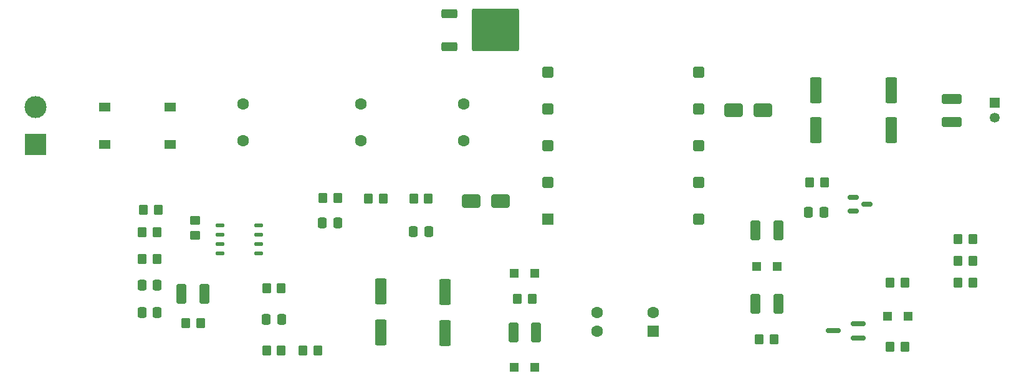
<source format=gbr>
%TF.GenerationSoftware,KiCad,Pcbnew,9.0.1*%
%TF.CreationDate,2025-04-25T14:26:40+02:00*%
%TF.ProjectId,flyback,666c7962-6163-46b2-9e6b-696361645f70,rev?*%
%TF.SameCoordinates,Original*%
%TF.FileFunction,Soldermask,Top*%
%TF.FilePolarity,Negative*%
%FSLAX46Y46*%
G04 Gerber Fmt 4.6, Leading zero omitted, Abs format (unit mm)*
G04 Created by KiCad (PCBNEW 9.0.1) date 2025-04-25 14:26:40*
%MOMM*%
%LPD*%
G01*
G04 APERTURE LIST*
G04 Aperture macros list*
%AMRoundRect*
0 Rectangle with rounded corners*
0 $1 Rounding radius*
0 $2 $3 $4 $5 $6 $7 $8 $9 X,Y pos of 4 corners*
0 Add a 4 corners polygon primitive as box body*
4,1,4,$2,$3,$4,$5,$6,$7,$8,$9,$2,$3,0*
0 Add four circle primitives for the rounded corners*
1,1,$1+$1,$2,$3*
1,1,$1+$1,$4,$5*
1,1,$1+$1,$6,$7*
1,1,$1+$1,$8,$9*
0 Add four rect primitives between the rounded corners*
20,1,$1+$1,$2,$3,$4,$5,0*
20,1,$1+$1,$4,$5,$6,$7,0*
20,1,$1+$1,$6,$7,$8,$9,0*
20,1,$1+$1,$8,$9,$2,$3,0*%
G04 Aperture macros list end*
%ADD10RoundRect,0.250000X-0.350000X-0.450000X0.350000X-0.450000X0.350000X0.450000X-0.350000X0.450000X0*%
%ADD11RoundRect,0.250000X0.550000X0.550000X-0.550000X0.550000X-0.550000X-0.550000X0.550000X-0.550000X0*%
%ADD12C,1.600000*%
%ADD13RoundRect,0.250000X0.412500X1.100000X-0.412500X1.100000X-0.412500X-1.100000X0.412500X-1.100000X0*%
%ADD14R,1.200000X1.200000*%
%ADD15RoundRect,0.162500X0.837500X0.162500X-0.837500X0.162500X-0.837500X-0.162500X0.837500X-0.162500X0*%
%ADD16RoundRect,0.150000X-0.587500X-0.150000X0.587500X-0.150000X0.587500X0.150000X-0.587500X0.150000X0*%
%ADD17RoundRect,0.250000X-0.550000X1.500000X-0.550000X-1.500000X0.550000X-1.500000X0.550000X1.500000X0*%
%ADD18R,1.350000X1.350000*%
%ADD19C,1.350000*%
%ADD20O,1.250000X0.549999*%
%ADD21RoundRect,0.250000X-0.337500X-0.475000X0.337500X-0.475000X0.337500X0.475000X-0.337500X0.475000X0*%
%ADD22RoundRect,0.250000X0.350000X0.450000X-0.350000X0.450000X-0.350000X-0.450000X0.350000X-0.450000X0*%
%ADD23RoundRect,0.250000X-1.100000X0.412500X-1.100000X-0.412500X1.100000X-0.412500X1.100000X0.412500X0*%
%ADD24RoundRect,0.225000X-0.525000X-0.525000X0.525000X-0.525000X0.525000X0.525000X-0.525000X0.525000X0*%
%ADD25R,1.500000X1.500000*%
%ADD26RoundRect,0.250000X1.000000X0.650000X-1.000000X0.650000X-1.000000X-0.650000X1.000000X-0.650000X0*%
%ADD27R,3.000000X3.000000*%
%ADD28C,3.000000*%
%ADD29RoundRect,0.250000X-1.000000X-0.650000X1.000000X-0.650000X1.000000X0.650000X-1.000000X0.650000X0*%
%ADD30RoundRect,0.250000X-0.850000X-0.350000X0.850000X-0.350000X0.850000X0.350000X-0.850000X0.350000X0*%
%ADD31RoundRect,0.249997X-2.950003X-2.650003X2.950003X-2.650003X2.950003X2.650003X-2.950003X2.650003X0*%
%ADD32R,1.500000X1.300000*%
%ADD33RoundRect,0.250000X0.337500X0.475000X-0.337500X0.475000X-0.337500X-0.475000X0.337500X-0.475000X0*%
%ADD34RoundRect,0.250000X0.450000X-0.350000X0.450000X0.350000X-0.450000X0.350000X-0.450000X-0.350000X0*%
%ADD35RoundRect,0.250000X-0.412500X-1.100000X0.412500X-1.100000X0.412500X1.100000X-0.412500X1.100000X0*%
G04 APERTURE END LIST*
D10*
%TO.C,R9*%
X100902500Y-82377500D03*
X98902500Y-82377500D03*
%TD*%
%TO.C,R12*%
X189575000Y-72000000D03*
X191575000Y-72000000D03*
%TD*%
%TO.C,R11*%
X182737500Y-93375000D03*
X184737500Y-93375000D03*
%TD*%
D11*
%TO.C,U2*%
X168325000Y-92215000D03*
D12*
X168325000Y-89675000D03*
X160705000Y-89675000D03*
X160705000Y-92215000D03*
%TD*%
D13*
%TO.C,C12*%
X185300000Y-88491700D03*
X182175000Y-88491700D03*
%TD*%
%TO.C,C11*%
X185300000Y-78525000D03*
X182175000Y-78525000D03*
%TD*%
D14*
%TO.C,D6*%
X200147500Y-90175000D03*
X202947500Y-90175000D03*
%TD*%
D10*
%TO.C,R17*%
X200525000Y-94350000D03*
X202525000Y-94350000D03*
%TD*%
%TO.C,R16*%
X200525000Y-85650000D03*
X202525000Y-85650000D03*
%TD*%
D15*
%TO.C,Q2*%
X196195000Y-93137500D03*
X196195000Y-91237500D03*
X192775000Y-92187500D03*
%TD*%
D14*
%TO.C,D3*%
X185160000Y-83458300D03*
X182360000Y-83458300D03*
%TD*%
D16*
%TO.C,U3*%
X195462500Y-74037500D03*
X195462500Y-75937500D03*
X197337500Y-74987500D03*
%TD*%
D17*
%TO.C,C18*%
X140025000Y-92475000D03*
X140025000Y-86875000D03*
%TD*%
%TO.C,C9*%
X131325000Y-86805000D03*
X131325000Y-92405000D03*
%TD*%
D18*
%TO.C,J2*%
X214750000Y-61200000D03*
D19*
X214750000Y-63200000D03*
%TD*%
D20*
%TO.C,U1*%
X114726701Y-81660000D03*
X114726701Y-80390000D03*
X114726701Y-79120000D03*
X114726701Y-77850000D03*
X109476701Y-77850000D03*
X109476701Y-79120000D03*
X109476701Y-80390000D03*
X109476701Y-81660000D03*
%TD*%
D21*
%TO.C,C10*%
X191500000Y-76050000D03*
X189425000Y-76050000D03*
%TD*%
D22*
%TO.C,R15*%
X209737500Y-85625000D03*
X211737500Y-85625000D03*
%TD*%
%TO.C,R13*%
X209737500Y-79725000D03*
X211737500Y-79725000D03*
%TD*%
D10*
%TO.C,R14*%
X211737500Y-82675000D03*
X209737500Y-82675000D03*
%TD*%
D17*
%TO.C,C14*%
X190425000Y-64900000D03*
X190425000Y-59500000D03*
%TD*%
%TO.C,C15*%
X200675000Y-64900000D03*
X200675000Y-59500000D03*
%TD*%
D23*
%TO.C,C16*%
X208850000Y-63762500D03*
X208850000Y-60637500D03*
%TD*%
D24*
%TO.C,U4*%
X154000000Y-57000000D03*
X154000000Y-62000000D03*
X154000000Y-67000000D03*
X154000000Y-72000000D03*
D25*
X154000000Y-77000000D03*
D24*
X174500000Y-77000000D03*
X174500000Y-72000000D03*
X174500000Y-67000000D03*
X174500000Y-62000000D03*
X174500000Y-57000000D03*
%TD*%
D26*
%TO.C,D4*%
X179250000Y-62200000D03*
X183250000Y-62200000D03*
%TD*%
D13*
%TO.C,C17*%
X107389200Y-87160000D03*
X104264200Y-87160000D03*
%TD*%
D27*
%TO.C,J1*%
X84400000Y-66830000D03*
D28*
X84400000Y-61750000D03*
%TD*%
D10*
%TO.C,R19*%
X149877500Y-87791700D03*
X151877500Y-87791700D03*
%TD*%
D14*
%TO.C,D7*%
X152250000Y-84325000D03*
X149450000Y-84325000D03*
%TD*%
D29*
%TO.C,D5*%
X143600000Y-74525000D03*
X147600000Y-74525000D03*
%TD*%
D10*
%TO.C,R18*%
X135775000Y-74175000D03*
X137775000Y-74175000D03*
%TD*%
D21*
%TO.C,C13*%
X135737500Y-78675000D03*
X137812500Y-78675000D03*
%TD*%
D22*
%TO.C,R10*%
X125475000Y-74125000D03*
X123475000Y-74125000D03*
%TD*%
D10*
%TO.C,R8*%
X98902500Y-78772500D03*
X100902500Y-78772500D03*
%TD*%
%TO.C,R7*%
X99077500Y-75747500D03*
X101077500Y-75747500D03*
%TD*%
D30*
%TO.C,Q1*%
X140625000Y-53580000D03*
D31*
X146925000Y-51300000D03*
D30*
X140625000Y-49020000D03*
%TD*%
D14*
%TO.C,D2*%
X149455000Y-97175000D03*
X152255000Y-97175000D03*
%TD*%
D32*
%TO.C,D1*%
X102675000Y-66850000D03*
X102675000Y-61750000D03*
X93775000Y-61750000D03*
X93775000Y-66850000D03*
%TD*%
D12*
%TO.C,C8*%
X142600000Y-66300000D03*
X142600000Y-61300000D03*
%TD*%
%TO.C,C7*%
X128600000Y-66300000D03*
X128600000Y-61300000D03*
%TD*%
%TO.C,C6*%
X112600000Y-66300000D03*
X112600000Y-61300000D03*
%TD*%
D33*
%TO.C,C5*%
X125475000Y-77530000D03*
X123400000Y-77530000D03*
%TD*%
D22*
%TO.C,R6*%
X131625000Y-74225000D03*
X129625000Y-74225000D03*
%TD*%
D10*
%TO.C,R5*%
X120773300Y-94890400D03*
X122773300Y-94890400D03*
%TD*%
%TO.C,R4*%
X115800000Y-94825400D03*
X117800000Y-94825400D03*
%TD*%
D34*
%TO.C,R3*%
X106100000Y-79200000D03*
X106100000Y-77200000D03*
%TD*%
D10*
%TO.C,R2*%
X115800000Y-86375000D03*
X117800000Y-86375000D03*
%TD*%
D22*
%TO.C,R1*%
X106826700Y-91160000D03*
X104826700Y-91160000D03*
%TD*%
D35*
%TO.C,C4*%
X149315000Y-92408300D03*
X152440000Y-92408300D03*
%TD*%
D21*
%TO.C,C3*%
X115762500Y-90600200D03*
X117837500Y-90600200D03*
%TD*%
D33*
%TO.C,C2*%
X100940000Y-86012500D03*
X98865000Y-86012500D03*
%TD*%
%TO.C,C1*%
X100940000Y-89677500D03*
X98865000Y-89677500D03*
%TD*%
M02*

</source>
